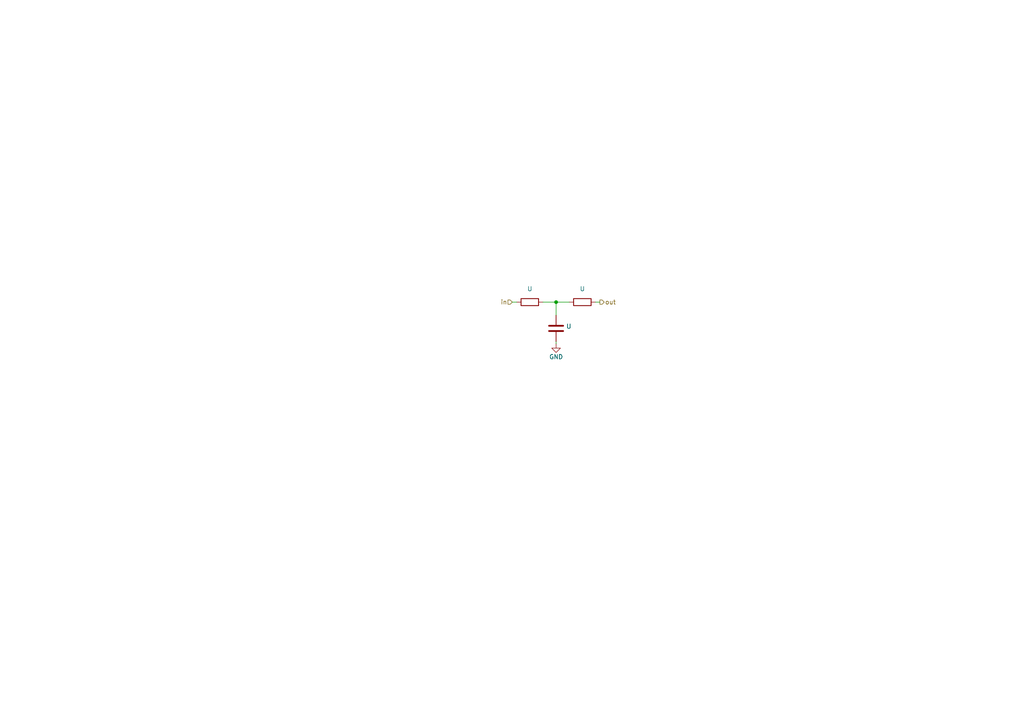
<source format=kicad_sch>
(kicad_sch (version 20220404) (generator eeschema)
  (paper "A4")
  (lib_symbols
    (symbol "Device:C" (pin_numbers hide) (pin_names (offset 0.254))
      (property "Reference" "C" (at 0.635 2.54 0))
      (property "Value" "C" (at 0.635 -2.54 0))
      (symbol "C_0_1"
        (polyline (pts (xy -2.032 -0.762) (xy 2.032 -0.762)) (stroke (width 0.508)))
        (polyline (pts (xy -2.032 0.762) (xy 2.032 0.762)) (stroke (width 0.508)))
      )
      (symbol "C_1_1"
        (pin passive line (at 0 3.81 270) (length 2.794) (name "~") (number "1"))
        (pin passive line (at 0 -3.81 90) (length 2.794) (name "~") (number "2"))
      )
    )
    (symbol "Device:R" (pin_numbers hide) (pin_names (offset 0))
      (property "Reference" "R" (at 2.032 0 90))
      (property "Value" "R" (at 0 0 90))
      (symbol "R_0_1"
        (rectangle (start -1.016 -2.54) (end 1.016 2.54) (stroke (width 0.254)))
      )
      (symbol "R_1_1"
        (pin passive line (at 0 3.81 270) (length 1.27) (name "~") (number "1"))
        (pin passive line (at 0 -3.81 90) (length 1.27) (name "~") (number "2"))
      )
    )
    (symbol "power:GND" (power) (pin_names (offset 0))
      (property "Value" "GND" (at 0 -3.81 0))
      (symbol "GND_0_1"
        (polyline (pts (xy 0 0) (xy 0 -1.27) (xy 1.27 -1.27) (xy 0 -2.54) (xy -1.27 -1.27) (xy 0 -1.27)))
      )
      (symbol "GND_1_1"
        (pin power_in line (at 0 0 270) (length 0) hide (name "GND") (number "1"))
      )
    )
  )
  (junction (at 161.29 87.63))
  (wire (pts (xy 148.59 87.63) (xy 149.86 87.63)))
  (wire (pts (xy 157.48 87.63) (xy 161.29 87.63)))
  (wire (pts (xy 161.29 99.695) (xy 161.29 99.06)))
  (wire (pts (xy 161.29 91.44) (xy 161.29 87.63)))
  (wire (pts (xy 172.72 87.63) (xy 173.99 87.63)))
  (wire (pts (xy 165.1 87.63) (xy 161.29 87.63)))
  (hierarchical_label "in" (shape input) (at 148.59 87.63 180))
  (hierarchical_label "out" (shape output) (at 173.99 87.63 0))
  (symbol (lib_id "Device:C") (at 161.29 95.25 0) (unit 1)
    (default_instance (reference "U") (unit 1) (value "") (footprint ""))
    (property "Reference" "U" (at 164.211 94.6555 0) (effects (justify left)))
  )
  (symbol (lib_id "power:GND") (at 161.29 99.695 0) (unit 1)
    (default_instance (reference "U") (unit 1) (value "") (footprint ""))
    (property "Reference" "U" (effects hide))
  )
  (symbol (lib_id "Device:R") (at 168.91 87.63 90) (unit 1)
    (default_instance (reference "U") (unit 1) (value "") (footprint ""))
    (property "Reference" "U" (at 168.91 83.7819 90))
  )
  (symbol (lib_id "Device:R") (at 153.67 87.63 90) (unit 1)
    (default_instance (reference "U") (unit 1) (value "") (footprint ""))
    (property "Reference" "U" (at 153.67 83.7819 90))
  )
)
</source>
